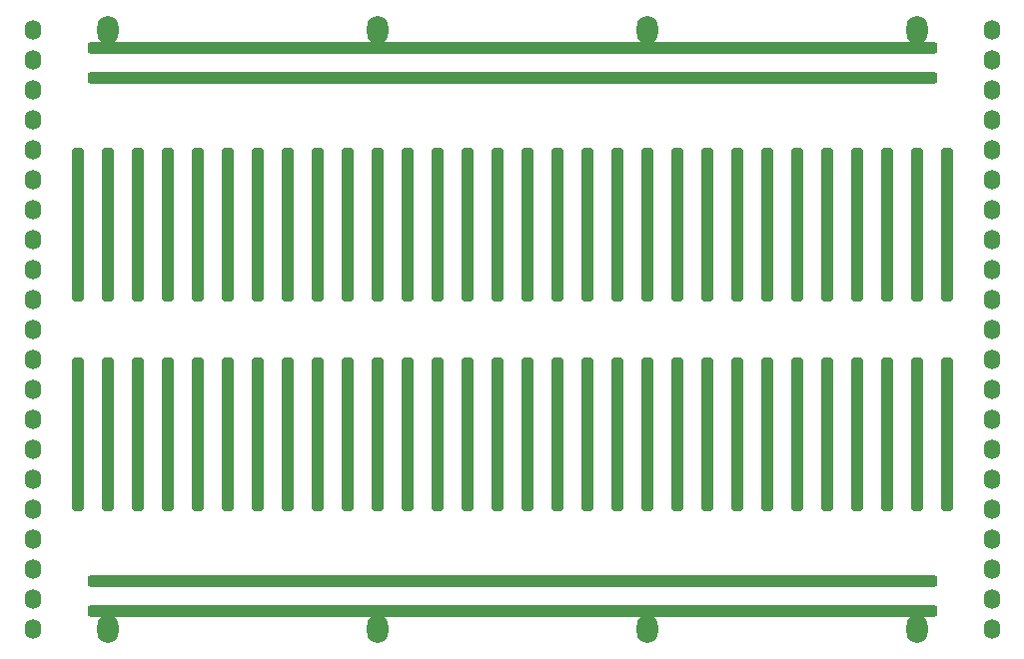
<source format=gts>
G04 #@! TF.GenerationSoftware,KiCad,Pcbnew,(6.0.6-0)*
G04 #@! TF.CreationDate,2022-07-22T11:03:06-07:00*
G04 #@! TF.ProjectId,MTMatrixV3,4d544d61-7472-4697-9856-332e6b696361,rev?*
G04 #@! TF.SameCoordinates,Original*
G04 #@! TF.FileFunction,Soldermask,Top*
G04 #@! TF.FilePolarity,Negative*
%FSLAX46Y46*%
G04 Gerber Fmt 4.6, Leading zero omitted, Abs format (unit mm)*
G04 Created by KiCad (PCBNEW (6.0.6-0)) date 2022-07-22 11:03:06*
%MOMM*%
%LPD*%
G01*
G04 APERTURE LIST*
G04 Aperture macros list*
%AMRoundRect*
0 Rectangle with rounded corners*
0 $1 Rounding radius*
0 $2 $3 $4 $5 $6 $7 $8 $9 X,Y pos of 4 corners*
0 Add a 4 corners polygon primitive as box body*
4,1,4,$2,$3,$4,$5,$6,$7,$8,$9,$2,$3,0*
0 Add four circle primitives for the rounded corners*
1,1,$1+$1,$2,$3*
1,1,$1+$1,$4,$5*
1,1,$1+$1,$6,$7*
1,1,$1+$1,$8,$9*
0 Add four rect primitives between the rounded corners*
20,1,$1+$1,$2,$3,$4,$5,0*
20,1,$1+$1,$4,$5,$6,$7,0*
20,1,$1+$1,$6,$7,$8,$9,0*
20,1,$1+$1,$8,$9,$2,$3,0*%
G04 Aperture macros list end*
%ADD10RoundRect,0.700000X0.000000X-0.150000X0.000000X-0.150000X0.000000X0.150000X0.000000X0.150000X0*%
%ADD11RoundRect,0.250000X-35.750000X-0.250000X35.750000X-0.250000X35.750000X0.250000X-35.750000X0.250000X0*%
%ADD12RoundRect,0.250000X0.250000X-6.250000X0.250000X6.250000X-0.250000X6.250000X-0.250000X-6.250000X0*%
%ADD13O,1.800000X2.400000*%
G04 APERTURE END LIST*
D10*
G04 #@! TO.C,J1*
X124460000Y-30480000D03*
X124460000Y-33020000D03*
X124460000Y-35560000D03*
X124460000Y-38100000D03*
X124460000Y-40640000D03*
X124460000Y-43180000D03*
X124460000Y-45720000D03*
X124460000Y-48260000D03*
X124460000Y-50800000D03*
X124460000Y-53340000D03*
X124460000Y-55880000D03*
X124460000Y-58420000D03*
X124460000Y-60960000D03*
X124460000Y-63500000D03*
X124460000Y-66040000D03*
X124460000Y-68580000D03*
X124460000Y-71120000D03*
X124460000Y-73660000D03*
X124460000Y-76200000D03*
X124460000Y-78740000D03*
X124460000Y-81280000D03*
G04 #@! TD*
D11*
G04 #@! TO.C,J3*
X165100000Y-34544000D03*
D12*
X128270000Y-46990000D03*
X130810000Y-46990000D03*
X133350000Y-46990000D03*
X135890000Y-46990000D03*
X138430000Y-46990000D03*
X140970000Y-46990000D03*
X143510000Y-46990000D03*
X146050000Y-46990000D03*
X148590000Y-46990000D03*
X151130000Y-46990000D03*
X153670000Y-46990000D03*
X156210000Y-46990000D03*
X158750000Y-46990000D03*
X161290000Y-46990000D03*
X163830000Y-46990000D03*
X166370000Y-46990000D03*
X168910000Y-46990000D03*
X171450000Y-46990000D03*
X173990000Y-46990000D03*
X176530000Y-46990000D03*
X179070000Y-46990000D03*
X181610000Y-46990000D03*
X184150000Y-46990000D03*
X186690000Y-46990000D03*
X189230000Y-46990000D03*
X191770000Y-46990000D03*
X194310000Y-46990000D03*
X196850000Y-46990000D03*
X199390000Y-46990000D03*
X201930000Y-46990000D03*
D11*
X165100000Y-32004000D03*
X165100000Y-79756000D03*
D12*
X128270000Y-64770000D03*
X130810000Y-64770000D03*
X133350000Y-64770000D03*
X135890000Y-64770000D03*
X138430000Y-64770000D03*
X140970000Y-64770000D03*
X143510000Y-64770000D03*
X146050000Y-64770000D03*
X148590000Y-64770000D03*
X151130000Y-64770000D03*
X153670000Y-64770000D03*
X156210000Y-64770000D03*
X158750000Y-64770000D03*
X161290000Y-64770000D03*
X163830000Y-64770000D03*
X166370000Y-64770000D03*
X168910000Y-64770000D03*
X171450000Y-64770000D03*
X173990000Y-64770000D03*
X176530000Y-64770000D03*
X179070000Y-64770000D03*
X181610000Y-64770000D03*
X184150000Y-64770000D03*
X186690000Y-64770000D03*
X189230000Y-64770000D03*
X191770000Y-64770000D03*
X194310000Y-64770000D03*
X196850000Y-64770000D03*
X199390000Y-64770000D03*
X201930000Y-64770000D03*
D11*
X165100000Y-77216000D03*
G04 #@! TD*
D10*
G04 #@! TO.C,J2*
X205740000Y-30480000D03*
X205740000Y-33020000D03*
X205740000Y-35560000D03*
X205740000Y-38100000D03*
X205740000Y-40640000D03*
X205740000Y-43180000D03*
X205740000Y-45720000D03*
X205740000Y-48260000D03*
X205740000Y-50800000D03*
X205740000Y-53340000D03*
X205740000Y-55880000D03*
X205740000Y-58420000D03*
X205740000Y-60960000D03*
X205740000Y-63500000D03*
X205740000Y-66040000D03*
X205740000Y-68580000D03*
X205740000Y-71120000D03*
X205740000Y-73660000D03*
X205740000Y-76200000D03*
X205740000Y-78740000D03*
X205740000Y-81280000D03*
G04 #@! TD*
D13*
G04 #@! TO.C,D7*
X153670000Y-81280000D03*
G04 #@! TD*
G04 #@! TO.C,D6*
X176530000Y-81280000D03*
G04 #@! TD*
G04 #@! TO.C,D2*
X176530000Y-30480000D03*
G04 #@! TD*
G04 #@! TO.C,D4*
X130810000Y-30480000D03*
G04 #@! TD*
G04 #@! TO.C,D8*
X130810000Y-81280000D03*
G04 #@! TD*
G04 #@! TO.C,D3*
X153670000Y-30480000D03*
G04 #@! TD*
G04 #@! TO.C,D5*
X199390000Y-81280000D03*
G04 #@! TD*
G04 #@! TO.C,D1*
X199390000Y-30480000D03*
G04 #@! TD*
M02*

</source>
